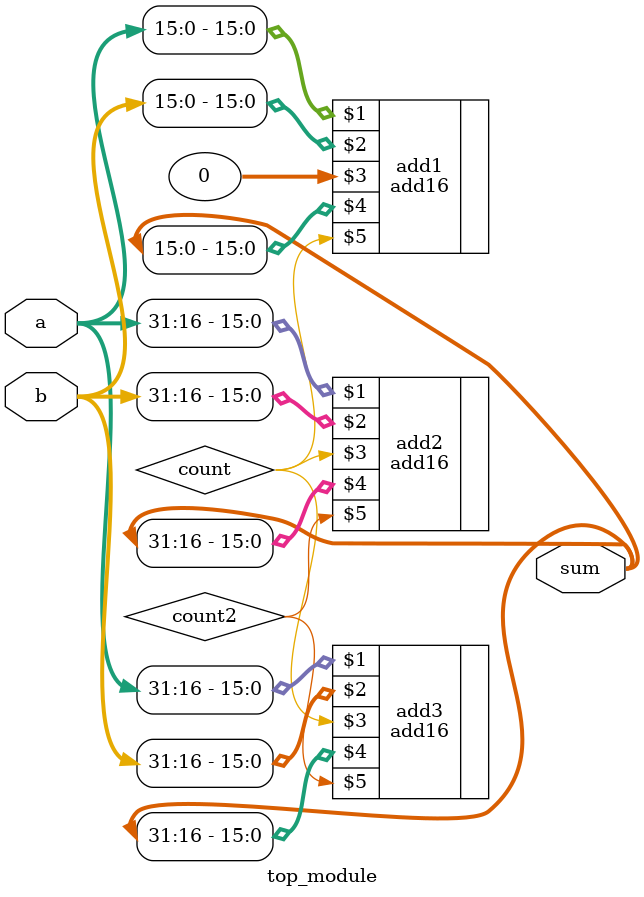
<source format=v>
module top_module(
    input [31:0] a,
    input [31:0] b,
    output [31:0] sum
);
    wire count,count2,count3;
    add16 add1(a[15:0],b[15:0],0,sum[15:0],count);
    add16 add2(a[31:16],b[31:16],count,sum[31:16],count2);
    add16 add3(a[31:16],b[31:16],count,sum[31:16],count2);
endmodule

</source>
